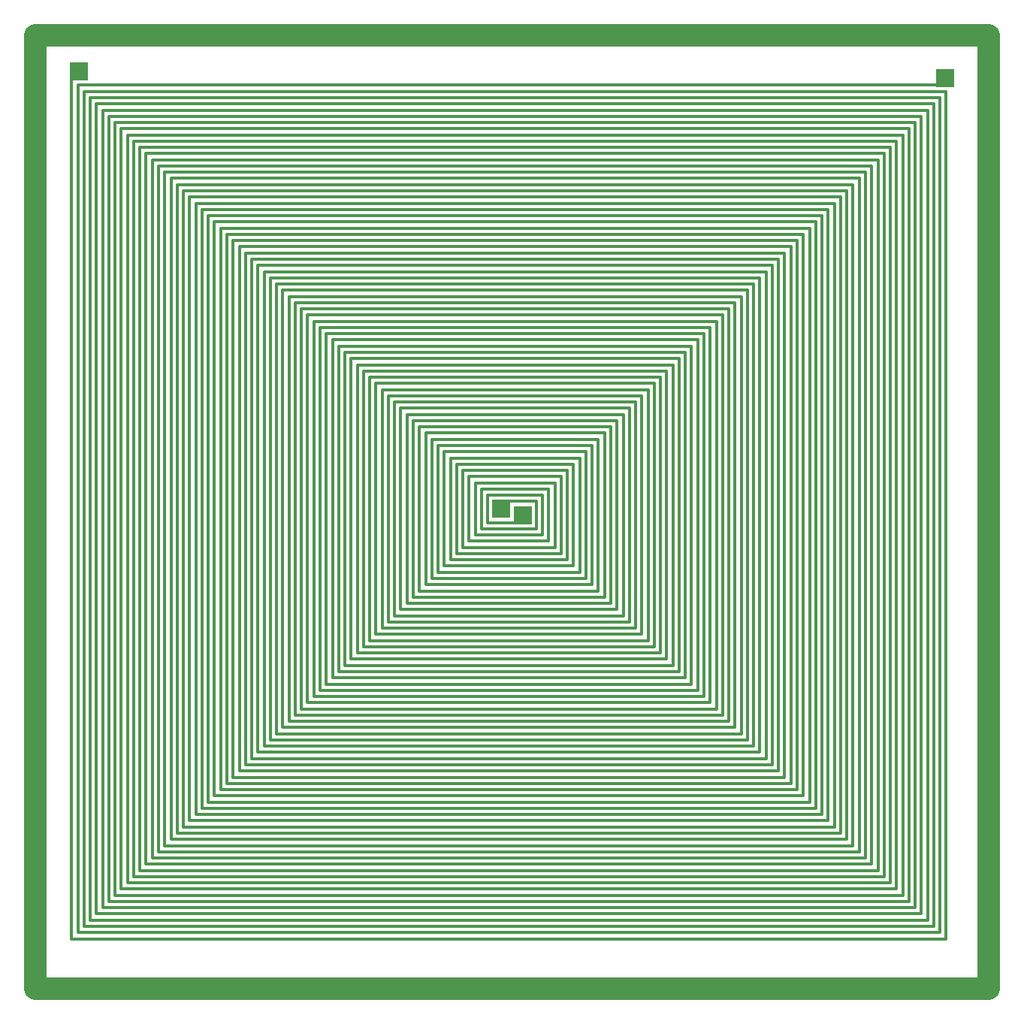
<source format=gbr>
G04 start of page 2 for group 0 idx 0 *
G04 Title: (unknown), component *
G04 Creator: pcb 1.99y *
G04 CreationDate: Mon Mar  9 18:38:31 2009 UTC *
G04 For: dj *
G04 Format: Gerber/RS-274X *
G04 PCB-Dimensions: 432692 432692 *
G04 PCB-Coordinate-Origin: lower left *
%MOIN*%
%FSLAX25Y25*%
%LNFRONT*%
%ADD11C,0.0138*%
%ADD12C,0.1000*%
%ADD13C,0.0200*%
%ADD14C,0.0300*%
G54D11*X183542Y189609D02*Y245839D01*
X34718Y394663D02*X400730D01*
X31962Y397419D02*X403486D01*
X29206Y400175D02*X406242D01*
X26450Y402931D02*X408998D01*
X23694Y405687D02*X411754D01*
G54D12*X5000Y427692D02*X427692D01*
G54D11*X172518Y178585D02*Y256863D01*
X169762Y175829D02*Y259619D01*
X167006Y173073D02*Y262375D01*
X164250Y170317D02*Y265131D01*
X161494Y167561D02*Y267887D01*
X158738Y164805D02*Y270643D01*
X155982Y162049D02*Y273399D01*
X153226Y159293D02*Y276155D01*
X150470Y156537D02*Y278911D01*
X147714Y153781D02*Y281667D01*
X144958Y151025D02*Y284423D01*
X142202Y148269D02*Y287179D01*
X139446Y145513D02*Y289935D01*
X136690Y142757D02*Y292691D01*
X133934Y140001D02*Y295447D01*
X131178Y137245D02*Y298203D01*
X200078Y206145D02*Y229303D01*
X197322Y203389D02*Y232059D01*
X194566Y200633D02*Y234815D01*
X191810Y197877D02*Y237571D01*
X189054Y195121D02*Y240327D01*
X186298Y192365D02*Y243083D01*
X180786Y186853D02*Y248595D01*
X178030Y184097D02*Y251351D01*
X175274Y181341D02*Y254107D01*
X397974Y38029D02*Y391907D01*
X400730Y35273D02*Y394663D01*
X403486Y32517D02*Y397419D01*
X406242Y29761D02*Y400175D01*
X408998Y27005D02*Y402931D01*
G54D12*X427692Y5000D02*Y427692D01*
X5000Y5000D02*X427692D01*
G54D11*X144958Y151025D02*X284978D01*
X142202Y148269D02*X287734D01*
X139446Y145513D02*X290490D01*
X136690Y142757D02*X293246D01*
X133934Y140001D02*X296002D01*
X131178Y137245D02*X298758D01*
X128422Y134489D02*X301514D01*
X125666Y131733D02*X304270D01*
X122910Y128977D02*X307026D01*
X120154Y126221D02*X309782D01*
X117398Y123465D02*X312538D01*
X114642Y120709D02*X315294D01*
X111886Y117953D02*X318050D01*
X109130Y115197D02*X320806D01*
X106374Y112441D02*X323562D01*
X103618Y109685D02*X326318D01*
X100862Y106929D02*X329074D01*
X98106Y104173D02*X331830D01*
X95350Y101417D02*X334586D01*
X92594Y98661D02*X337342D01*
X89838Y95905D02*X340098D01*
X87082Y93149D02*X342854D01*
X84326Y90393D02*X345610D01*
X81570Y87637D02*X348366D01*
X78814Y84881D02*X351122D01*
X76058Y82125D02*X353878D01*
X73302Y79369D02*X356634D01*
X70546Y76613D02*X359390D01*
X67790Y73857D02*X362146D01*
X65034Y71101D02*X364902D01*
X62278Y68345D02*X367658D01*
X59522Y65589D02*X370414D01*
X56766Y62833D02*X373170D01*
X54010Y60077D02*X375926D01*
X51254Y57321D02*X378682D01*
X48498Y54565D02*X381438D01*
X45742Y51809D02*X384194D01*
X42986Y49053D02*X386950D01*
X40230Y46297D02*X389706D01*
X37474Y43541D02*X392462D01*
X34718Y40785D02*X395218D01*
X31962Y38029D02*X397974D01*
X29206Y35273D02*X400730D01*
X26450Y32517D02*X403486D01*
X23694Y29761D02*X406242D01*
X20938Y27005D02*X408998D01*
X128422Y134489D02*Y300959D01*
X125666Y131733D02*Y303715D01*
X122910Y128977D02*Y306471D01*
X120154Y126221D02*Y309227D01*
X117398Y123465D02*Y311983D01*
X114642Y120709D02*Y314739D01*
X111886Y117953D02*Y317495D01*
X109130Y115197D02*Y320251D01*
X106374Y112441D02*Y323007D01*
X103618Y109685D02*Y325763D01*
X100862Y106929D02*Y328519D01*
X98106Y104173D02*Y331275D01*
X95350Y101417D02*Y334031D01*
X92594Y98661D02*Y336787D01*
X89838Y95905D02*Y339543D01*
X87082Y93149D02*Y342299D01*
X84326Y90393D02*Y345055D01*
X81570Y87637D02*Y347811D01*
X78814Y84881D02*Y350567D01*
X76058Y82125D02*Y353323D01*
X73302Y79369D02*Y356079D01*
X70546Y76613D02*Y358835D01*
X67790Y73857D02*Y361591D01*
X65034Y71101D02*Y364347D01*
X62278Y68345D02*Y367103D01*
X59522Y65589D02*Y369859D01*
X56766Y62833D02*Y372615D01*
X54010Y60077D02*Y375371D01*
X51254Y57321D02*Y378127D01*
X48498Y54565D02*Y380883D01*
X45742Y51809D02*Y383639D01*
X42986Y49053D02*Y386395D01*
X40230Y46297D02*Y389151D01*
X37474Y43541D02*Y391907D01*
X34718Y40785D02*Y394663D01*
X31962Y38029D02*Y397419D01*
X29206Y35273D02*Y400175D01*
X26450Y32517D02*Y402931D01*
X23694Y29761D02*Y405687D01*
X20938Y27005D02*Y408443D01*
G54D12*X5000Y5000D02*Y427692D01*
G54D11*X200078Y206145D02*X229858D01*
X197322Y203389D02*X232614D01*
X194566Y200633D02*X235370D01*
X229858Y206145D02*Y223791D01*
X232614Y203389D02*Y226547D01*
X235370Y200633D02*Y229303D01*
X238126Y197877D02*Y232059D01*
X240882Y195121D02*Y234815D01*
X243638Y192365D02*Y237571D01*
X191810Y197877D02*X238126D01*
X189054Y195121D02*X240882D01*
X186298Y192365D02*X243638D01*
X183542Y189609D02*X246394D01*
X208346Y221035D02*X227102D01*
X224346Y211657D02*Y218279D01*
X205590Y223791D02*X229858D01*
X205590Y211657D02*X224346D01*
X205590D02*Y223791D01*
X202834Y208901D02*X227102D01*
X202834D02*Y226547D01*
X227102Y208901D02*Y221035D01*
X246394Y189609D02*Y240327D01*
X180786Y186853D02*X249150D01*
Y243083D01*
X178030Y184097D02*X251906D01*
X175274Y181341D02*X254662D01*
X172518Y178585D02*X257418D01*
X169762Y175829D02*X260174D01*
X167006Y173073D02*X262930D01*
X164250Y170317D02*X265686D01*
X161494Y167561D02*X268442D01*
X158738Y164805D02*X271198D01*
X155982Y162049D02*X273954D01*
X153226Y159293D02*X276710D01*
X150470Y156537D02*X279466D01*
X147714Y153781D02*X282222D01*
X202834Y226547D02*X232614D01*
X200078Y229303D02*X235370D01*
X197322Y232059D02*X238126D01*
X194566Y234815D02*X240882D01*
X191810Y237571D02*X243638D01*
X189054Y240327D02*X246394D01*
X186298Y243083D02*X249150D01*
X183542Y245839D02*X251906D01*
X180786Y248595D02*X254662D01*
X178030Y251351D02*X257418D01*
X175274Y254107D02*X260174D01*
X172518Y256863D02*X262930D01*
X169762Y259619D02*X265686D01*
X167006Y262375D02*X268442D01*
X164250Y265131D02*X271198D01*
X161494Y267887D02*X273954D01*
X158738Y270643D02*X276710D01*
X155982Y273399D02*X279466D01*
X153226Y276155D02*X282222D01*
X150470Y278911D02*X284978D01*
X147714Y281667D02*X287734D01*
X144958Y284423D02*X290490D01*
X142202Y287179D02*X293246D01*
X139446Y289935D02*X296002D01*
X136690Y292691D02*X298758D01*
X251906Y184097D02*Y245839D01*
X254662Y181341D02*Y248595D01*
X257418Y178585D02*Y251351D01*
X260174Y175829D02*Y254107D01*
X262930Y173073D02*Y256863D01*
X265686Y170317D02*Y259619D01*
X268442Y167561D02*Y262375D01*
X271198Y164805D02*Y265131D01*
X273954Y162049D02*Y267887D01*
X276710Y159293D02*Y270643D01*
X279466Y156537D02*Y273399D01*
X282222Y153781D02*Y276155D01*
X284978Y151025D02*Y278911D01*
X287734Y148269D02*Y281667D01*
X290490Y145513D02*Y284423D01*
X293246Y142757D02*Y287179D01*
X296002Y140001D02*Y289935D01*
X298758Y137245D02*Y292691D01*
X301514Y134489D02*Y295447D01*
X304270Y131733D02*Y298203D01*
X307026Y128977D02*Y300959D01*
X309782Y126221D02*Y303715D01*
X312538Y123465D02*Y306471D01*
X315294Y120709D02*Y309227D01*
X318050Y117953D02*Y311983D01*
X320806Y115197D02*Y314739D01*
X323562Y112441D02*Y317495D01*
X326318Y109685D02*Y320251D01*
X329074Y106929D02*Y323007D01*
X331830Y104173D02*Y325763D01*
X334586Y101417D02*Y328519D01*
X337342Y98661D02*Y331275D01*
X340098Y95905D02*Y334031D01*
X342854Y93149D02*Y336787D01*
X345610Y90393D02*Y339543D01*
X348366Y87637D02*Y342299D01*
X351122Y84881D02*Y345055D01*
X353878Y82125D02*Y347811D01*
X356634Y79369D02*Y350567D01*
X359390Y76613D02*Y353323D01*
X362146Y73857D02*Y356079D01*
X364902Y71101D02*Y358835D01*
X367658Y68345D02*Y361591D01*
X370414Y65589D02*Y364347D01*
X373170Y62833D02*Y367103D01*
X375926Y60077D02*Y369859D01*
X378682Y57321D02*Y372615D01*
X381438Y54565D02*Y375371D01*
X384194Y51809D02*Y378127D01*
X386950Y49053D02*Y380883D01*
X389706Y46297D02*Y383639D01*
X392462Y43541D02*Y386395D01*
X395218Y40785D02*Y389151D01*
X133934Y295447D02*X301514D01*
X131178Y298203D02*X304270D01*
X128422Y300959D02*X307026D01*
X125666Y303715D02*X309782D01*
X122910Y306471D02*X312538D01*
X120154Y309227D02*X315294D01*
X117398Y311983D02*X318050D01*
X114642Y314739D02*X320806D01*
X111886Y317495D02*X323562D01*
X109130Y320251D02*X326318D01*
X106374Y323007D02*X329074D01*
X103618Y325763D02*X331830D01*
X100862Y328519D02*X334586D01*
X98106Y331275D02*X337342D01*
X95350Y334031D02*X340098D01*
X92594Y336787D02*X342854D01*
X89838Y339543D02*X345610D01*
X87082Y342299D02*X348366D01*
X84326Y345055D02*X351122D01*
X81570Y347811D02*X353878D01*
X78814Y350567D02*X356634D01*
X76058Y353323D02*X359390D01*
X73302Y356079D02*X362146D01*
X70546Y358835D02*X364902D01*
X67790Y361591D02*X367658D01*
X65034Y364347D02*X370414D01*
X62278Y367103D02*X373170D01*
X59522Y369859D02*X375926D01*
X56766Y372615D02*X378682D01*
X54010Y375371D02*X381438D01*
X51254Y378127D02*X384194D01*
X48498Y380883D02*X386950D01*
X45742Y383639D02*X389706D01*
X42986Y386395D02*X392462D01*
X40230Y389151D02*X395218D01*
X37474Y391907D02*X397974D01*
G54D13*G36*
X207657Y221724D02*Y213724D01*
X215657D01*
Y221724D01*
X207657D01*
G37*
G36*
X217035Y218968D02*Y210968D01*
X225035D01*
Y218968D01*
X217035D01*
G37*
G36*
X20249Y415754D02*Y407754D01*
X28249D01*
Y415754D01*
X20249D01*
G37*
G36*
X404443Y412998D02*Y404998D01*
X412443D01*
Y412998D01*
X404443D01*
G37*
G54D14*M02*

</source>
